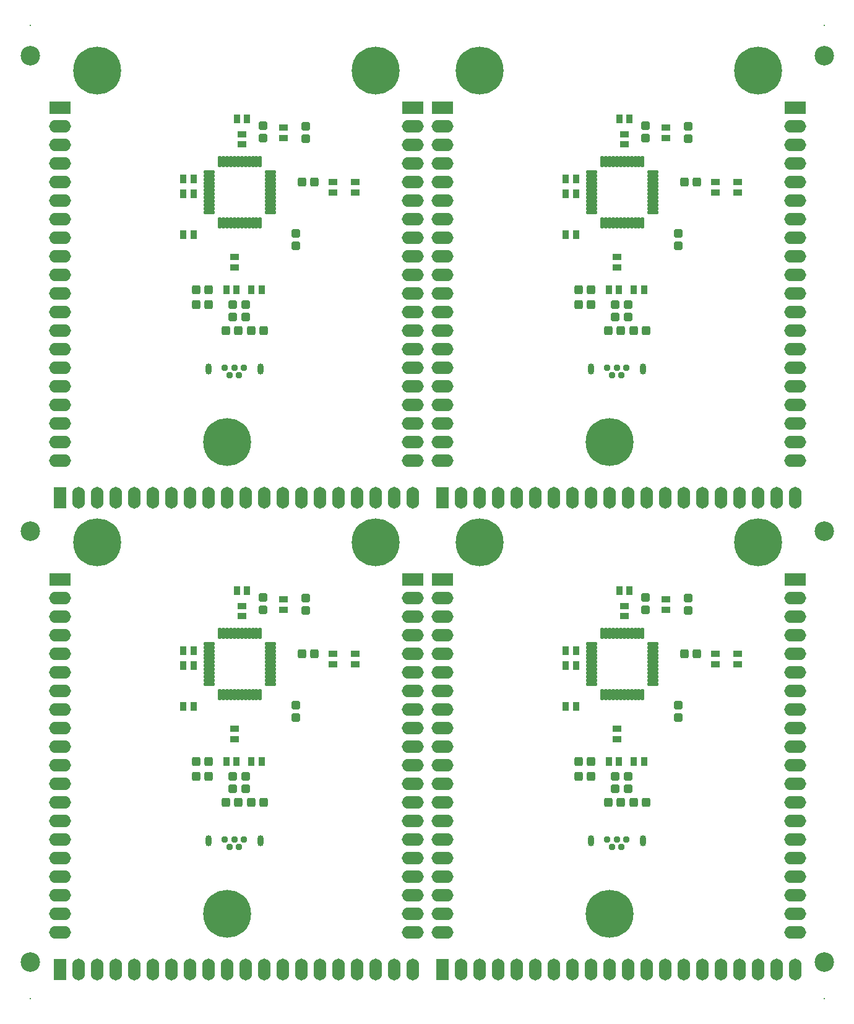
<source format=gts>
G04 Layer_Color=8388736*
%FSLAX25Y25*%
%MOIN*%
G70*
G01*
G75*
%ADD40C,0.10512*%
%ADD41R,0.03753X0.04540*%
G04:AMPARAMS|DCode=42|XSize=47.37mil|YSize=43.43mil|CornerRadius=8.43mil|HoleSize=0mil|Usage=FLASHONLY|Rotation=90.000|XOffset=0mil|YOffset=0mil|HoleType=Round|Shape=RoundedRectangle|*
%AMROUNDEDRECTD42*
21,1,0.04737,0.02657,0,0,90.0*
21,1,0.03051,0.04343,0,0,90.0*
1,1,0.01686,0.01329,0.01526*
1,1,0.01686,0.01329,-0.01526*
1,1,0.01686,-0.01329,-0.01526*
1,1,0.01686,-0.01329,0.01526*
%
%ADD42ROUNDEDRECTD42*%
G04:AMPARAMS|DCode=43|XSize=47.37mil|YSize=43.43mil|CornerRadius=8.43mil|HoleSize=0mil|Usage=FLASHONLY|Rotation=180.000|XOffset=0mil|YOffset=0mil|HoleType=Round|Shape=RoundedRectangle|*
%AMROUNDEDRECTD43*
21,1,0.04737,0.02657,0,0,180.0*
21,1,0.03051,0.04343,0,0,180.0*
1,1,0.01686,-0.01526,0.01329*
1,1,0.01686,0.01526,0.01329*
1,1,0.01686,0.01526,-0.01329*
1,1,0.01686,-0.01526,-0.01329*
%
%ADD43ROUNDEDRECTD43*%
%ADD44R,0.04540X0.03753*%
%ADD45O,0.01981X0.06312*%
%ADD46O,0.06312X0.01981*%
%ADD47C,0.00800*%
%ADD48C,0.03753*%
G04:AMPARAMS|DCode=49|XSize=33.59mil|YSize=59.18mil|CornerRadius=16.8mil|HoleSize=0mil|Usage=FLASHONLY|Rotation=0.000|XOffset=0mil|YOffset=0mil|HoleType=Round|Shape=RoundedRectangle|*
%AMROUNDEDRECTD49*
21,1,0.03359,0.02559,0,0,0.0*
21,1,0.00000,0.05918,0,0,0.0*
1,1,0.03359,0.00000,-0.01279*
1,1,0.03359,0.00000,-0.01279*
1,1,0.03359,0.00000,0.01279*
1,1,0.03359,0.00000,0.01279*
%
%ADD49ROUNDEDRECTD49*%
%ADD50C,0.25800*%
%ADD51R,0.11800X0.06800*%
%ADD52O,0.11800X0.06800*%
%ADD53R,0.06800X0.11800*%
%ADD54O,0.06800X0.11800*%
D40*
X-7874Y500000D02*
D03*
X419874D02*
D03*
X-7874Y244094D02*
D03*
X419874D02*
D03*
Y11811D02*
D03*
X-7874D02*
D03*
D41*
X80200Y149500D02*
D03*
X74688D02*
D03*
X80200Y179500D02*
D03*
X74688D02*
D03*
X80212Y171500D02*
D03*
X74700D02*
D03*
X103300Y120000D02*
D03*
X97788D02*
D03*
X111300D02*
D03*
X116812D02*
D03*
X103444Y212000D02*
D03*
X108956D02*
D03*
X286200Y149500D02*
D03*
X280688D02*
D03*
X286200Y179500D02*
D03*
X280688D02*
D03*
X286212Y171500D02*
D03*
X280700D02*
D03*
X309300Y120000D02*
D03*
X303788D02*
D03*
X317300D02*
D03*
X322812D02*
D03*
X309444Y212000D02*
D03*
X314956D02*
D03*
X80200Y403500D02*
D03*
X74688D02*
D03*
X80200Y433500D02*
D03*
X74688D02*
D03*
X80212Y425500D02*
D03*
X74700D02*
D03*
X103300Y374000D02*
D03*
X97788D02*
D03*
X111300D02*
D03*
X116812D02*
D03*
X103444Y466000D02*
D03*
X108956D02*
D03*
X286200Y403500D02*
D03*
X280688D02*
D03*
X286200Y433500D02*
D03*
X280688D02*
D03*
X286212Y425500D02*
D03*
X280700D02*
D03*
X309300Y374000D02*
D03*
X303788D02*
D03*
X317300D02*
D03*
X322812D02*
D03*
X309444Y466000D02*
D03*
X314956D02*
D03*
D42*
X111300Y98000D02*
D03*
X117993D02*
D03*
X104300D02*
D03*
X97607D02*
D03*
X81607Y112000D02*
D03*
X88300D02*
D03*
Y120000D02*
D03*
X81607D02*
D03*
X145400Y177800D02*
D03*
X138707D02*
D03*
X317300Y98000D02*
D03*
X323993D02*
D03*
X310300D02*
D03*
X303607D02*
D03*
X287607Y112000D02*
D03*
X294300D02*
D03*
Y120000D02*
D03*
X287607D02*
D03*
X351400Y177800D02*
D03*
X344707D02*
D03*
X111300Y352000D02*
D03*
X117993D02*
D03*
X104300D02*
D03*
X97607D02*
D03*
X81607Y366000D02*
D03*
X88300D02*
D03*
Y374000D02*
D03*
X81607D02*
D03*
X145400Y431800D02*
D03*
X138707D02*
D03*
X317300Y352000D02*
D03*
X323993D02*
D03*
X310300D02*
D03*
X303607D02*
D03*
X287607Y366000D02*
D03*
X294300D02*
D03*
Y374000D02*
D03*
X287607D02*
D03*
X351400Y431800D02*
D03*
X344707D02*
D03*
D43*
X101300Y105307D02*
D03*
Y112000D02*
D03*
X108300D02*
D03*
Y105307D02*
D03*
X117700Y201500D02*
D03*
Y208193D02*
D03*
X140700Y201154D02*
D03*
Y207846D02*
D03*
X135200Y143500D02*
D03*
Y150193D02*
D03*
X307300Y105307D02*
D03*
Y112000D02*
D03*
X314300D02*
D03*
Y105307D02*
D03*
X323700Y201500D02*
D03*
Y208193D02*
D03*
X346700Y201154D02*
D03*
Y207846D02*
D03*
X341200Y143500D02*
D03*
Y150193D02*
D03*
X101300Y359307D02*
D03*
Y366000D02*
D03*
X108300D02*
D03*
Y359307D02*
D03*
X117700Y455500D02*
D03*
Y462193D02*
D03*
X140700Y455154D02*
D03*
Y461846D02*
D03*
X135200Y397500D02*
D03*
Y404193D02*
D03*
X307300Y359307D02*
D03*
Y366000D02*
D03*
X314300D02*
D03*
Y359307D02*
D03*
X323700Y455500D02*
D03*
Y462193D02*
D03*
X346700Y455154D02*
D03*
Y461846D02*
D03*
X341200Y397500D02*
D03*
Y404193D02*
D03*
D44*
X167400Y172288D02*
D03*
Y177800D02*
D03*
X155400Y172288D02*
D03*
Y177800D02*
D03*
X106200Y203756D02*
D03*
Y198244D02*
D03*
X128700Y201744D02*
D03*
Y207256D02*
D03*
X102200Y137500D02*
D03*
Y131988D02*
D03*
X373400Y172288D02*
D03*
Y177800D02*
D03*
X361400Y172288D02*
D03*
Y177800D02*
D03*
X312200Y203756D02*
D03*
Y198244D02*
D03*
X334700Y201744D02*
D03*
Y207256D02*
D03*
X308200Y137500D02*
D03*
Y131988D02*
D03*
X167400Y426288D02*
D03*
Y431800D02*
D03*
X155400Y426288D02*
D03*
Y431800D02*
D03*
X106200Y457756D02*
D03*
Y452244D02*
D03*
X128700Y455744D02*
D03*
Y461256D02*
D03*
X102200Y391500D02*
D03*
Y385988D02*
D03*
X373400Y426288D02*
D03*
Y431800D02*
D03*
X361400Y426288D02*
D03*
Y431800D02*
D03*
X312200Y457756D02*
D03*
Y452244D02*
D03*
X334700Y455744D02*
D03*
Y461256D02*
D03*
X308200Y391500D02*
D03*
Y385988D02*
D03*
D45*
X116027Y155965D02*
D03*
X114058D02*
D03*
X112090D02*
D03*
X110121D02*
D03*
X108153D02*
D03*
X106184D02*
D03*
X104216D02*
D03*
X102247D02*
D03*
X100279D02*
D03*
X98310D02*
D03*
X96342D02*
D03*
X94373D02*
D03*
Y189035D02*
D03*
X96342D02*
D03*
X98310D02*
D03*
X100279D02*
D03*
X102247D02*
D03*
X104216D02*
D03*
X106184D02*
D03*
X108153D02*
D03*
X110121D02*
D03*
X112090D02*
D03*
X114058D02*
D03*
X116027D02*
D03*
X322027Y155965D02*
D03*
X320058D02*
D03*
X318090D02*
D03*
X316121D02*
D03*
X314153D02*
D03*
X312184D02*
D03*
X310216D02*
D03*
X308247D02*
D03*
X306279D02*
D03*
X304310D02*
D03*
X302342D02*
D03*
X300373D02*
D03*
Y189035D02*
D03*
X302342D02*
D03*
X304310D02*
D03*
X306279D02*
D03*
X308247D02*
D03*
X310216D02*
D03*
X312184D02*
D03*
X314153D02*
D03*
X316121D02*
D03*
X318090D02*
D03*
X320058D02*
D03*
X322027D02*
D03*
X116027Y409965D02*
D03*
X114058D02*
D03*
X112090D02*
D03*
X110121D02*
D03*
X108153D02*
D03*
X106184D02*
D03*
X104216D02*
D03*
X102247D02*
D03*
X100279D02*
D03*
X98310D02*
D03*
X96342D02*
D03*
X94373D02*
D03*
Y443036D02*
D03*
X96342D02*
D03*
X98310D02*
D03*
X100279D02*
D03*
X102247D02*
D03*
X104216D02*
D03*
X106184D02*
D03*
X108153D02*
D03*
X110121D02*
D03*
X112090D02*
D03*
X114058D02*
D03*
X116027D02*
D03*
X322027Y409965D02*
D03*
X320058D02*
D03*
X318090D02*
D03*
X316121D02*
D03*
X314153D02*
D03*
X312184D02*
D03*
X310216D02*
D03*
X308247D02*
D03*
X306279D02*
D03*
X304310D02*
D03*
X302342D02*
D03*
X300373D02*
D03*
Y443036D02*
D03*
X302342D02*
D03*
X304310D02*
D03*
X306279D02*
D03*
X308247D02*
D03*
X310216D02*
D03*
X312184D02*
D03*
X314153D02*
D03*
X316121D02*
D03*
X318090D02*
D03*
X320058D02*
D03*
X322027D02*
D03*
D46*
X88665Y161673D02*
D03*
Y163642D02*
D03*
Y165610D02*
D03*
Y167579D02*
D03*
Y169547D02*
D03*
Y171516D02*
D03*
Y173484D02*
D03*
Y175453D02*
D03*
Y177421D02*
D03*
Y179390D02*
D03*
Y181358D02*
D03*
Y183327D02*
D03*
X121735D02*
D03*
Y181358D02*
D03*
Y179390D02*
D03*
Y177421D02*
D03*
Y175453D02*
D03*
Y173484D02*
D03*
Y171516D02*
D03*
Y169547D02*
D03*
Y167579D02*
D03*
Y165610D02*
D03*
Y163642D02*
D03*
Y161673D02*
D03*
X294665D02*
D03*
Y163642D02*
D03*
Y165610D02*
D03*
Y167579D02*
D03*
Y169547D02*
D03*
Y171516D02*
D03*
Y173484D02*
D03*
Y175453D02*
D03*
Y177421D02*
D03*
Y179390D02*
D03*
Y181358D02*
D03*
Y183327D02*
D03*
X327735D02*
D03*
Y181358D02*
D03*
Y179390D02*
D03*
Y177421D02*
D03*
Y175453D02*
D03*
Y173484D02*
D03*
Y171516D02*
D03*
Y169547D02*
D03*
Y167579D02*
D03*
Y165610D02*
D03*
Y163642D02*
D03*
Y161673D02*
D03*
X88665Y415673D02*
D03*
Y417642D02*
D03*
Y419610D02*
D03*
Y421579D02*
D03*
Y423547D02*
D03*
Y425516D02*
D03*
Y427484D02*
D03*
Y429453D02*
D03*
Y431421D02*
D03*
Y433390D02*
D03*
Y435358D02*
D03*
Y437327D02*
D03*
X121735D02*
D03*
Y435358D02*
D03*
Y433390D02*
D03*
Y431421D02*
D03*
Y429453D02*
D03*
Y427484D02*
D03*
Y425516D02*
D03*
Y423547D02*
D03*
Y421579D02*
D03*
Y419610D02*
D03*
Y417642D02*
D03*
Y415673D02*
D03*
X294665D02*
D03*
Y417642D02*
D03*
Y419610D02*
D03*
Y421579D02*
D03*
Y423547D02*
D03*
Y425516D02*
D03*
Y427484D02*
D03*
Y429453D02*
D03*
Y431421D02*
D03*
Y433390D02*
D03*
Y435358D02*
D03*
Y437327D02*
D03*
X327735D02*
D03*
Y435358D02*
D03*
Y433390D02*
D03*
Y431421D02*
D03*
Y429453D02*
D03*
Y427484D02*
D03*
Y425516D02*
D03*
Y423547D02*
D03*
Y421579D02*
D03*
Y419610D02*
D03*
Y417642D02*
D03*
Y415673D02*
D03*
D47*
X-7874Y516374D02*
D03*
X-7874Y-7874D02*
D03*
X419874D02*
D03*
Y516374D02*
D03*
D48*
X97064Y78000D02*
D03*
X99623Y74063D02*
D03*
X102182Y78000D02*
D03*
X107300D02*
D03*
X104741Y74063D02*
D03*
X303064Y78000D02*
D03*
X305623Y74063D02*
D03*
X308182Y78000D02*
D03*
X313300D02*
D03*
X310741Y74063D02*
D03*
X97064Y332000D02*
D03*
X99623Y328063D02*
D03*
X102182Y332000D02*
D03*
X107300D02*
D03*
X104741Y328063D02*
D03*
X303064Y332000D02*
D03*
X305623Y328063D02*
D03*
X308182Y332000D02*
D03*
X313300D02*
D03*
X310741Y328063D02*
D03*
D49*
X88107Y77134D02*
D03*
X116257D02*
D03*
X294107D02*
D03*
X322257D02*
D03*
X88107Y331134D02*
D03*
X116257D02*
D03*
X294107D02*
D03*
X322257D02*
D03*
D50*
X98200Y37800D02*
D03*
X28200Y237800D02*
D03*
X178200D02*
D03*
X304200Y37800D02*
D03*
X234200Y237800D02*
D03*
X384200D02*
D03*
X98200Y291800D02*
D03*
X28200Y491800D02*
D03*
X178200D02*
D03*
X304200Y291800D02*
D03*
X234200Y491800D02*
D03*
X384200D02*
D03*
D51*
X8200Y217800D02*
D03*
X198200D02*
D03*
X214200D02*
D03*
X404200D02*
D03*
X8200Y471800D02*
D03*
X198200D02*
D03*
X214200D02*
D03*
X404200D02*
D03*
D52*
X8200Y207800D02*
D03*
Y197800D02*
D03*
Y187800D02*
D03*
Y177800D02*
D03*
Y167800D02*
D03*
Y157800D02*
D03*
Y147800D02*
D03*
Y137800D02*
D03*
Y127800D02*
D03*
Y117800D02*
D03*
Y107800D02*
D03*
Y97800D02*
D03*
Y87800D02*
D03*
Y77800D02*
D03*
Y67800D02*
D03*
Y57800D02*
D03*
Y47800D02*
D03*
Y37800D02*
D03*
Y27800D02*
D03*
X198200Y207800D02*
D03*
Y197800D02*
D03*
Y187800D02*
D03*
Y177800D02*
D03*
Y167800D02*
D03*
Y157800D02*
D03*
Y147800D02*
D03*
Y137800D02*
D03*
Y127800D02*
D03*
Y117800D02*
D03*
Y107800D02*
D03*
Y97800D02*
D03*
Y87800D02*
D03*
Y77800D02*
D03*
Y67800D02*
D03*
Y57800D02*
D03*
Y47800D02*
D03*
Y37800D02*
D03*
Y27800D02*
D03*
X214200Y207800D02*
D03*
Y197800D02*
D03*
Y187800D02*
D03*
Y177800D02*
D03*
Y167800D02*
D03*
Y157800D02*
D03*
Y147800D02*
D03*
Y137800D02*
D03*
Y127800D02*
D03*
Y117800D02*
D03*
Y107800D02*
D03*
Y97800D02*
D03*
Y87800D02*
D03*
Y77800D02*
D03*
Y67800D02*
D03*
Y57800D02*
D03*
Y47800D02*
D03*
Y37800D02*
D03*
Y27800D02*
D03*
X404200Y207800D02*
D03*
Y197800D02*
D03*
Y187800D02*
D03*
Y177800D02*
D03*
Y167800D02*
D03*
Y157800D02*
D03*
Y147800D02*
D03*
Y137800D02*
D03*
Y127800D02*
D03*
Y117800D02*
D03*
Y107800D02*
D03*
Y97800D02*
D03*
Y87800D02*
D03*
Y77800D02*
D03*
Y67800D02*
D03*
Y57800D02*
D03*
Y47800D02*
D03*
Y37800D02*
D03*
Y27800D02*
D03*
X8200Y461800D02*
D03*
Y451800D02*
D03*
Y441800D02*
D03*
Y431800D02*
D03*
Y421800D02*
D03*
Y411800D02*
D03*
Y401800D02*
D03*
Y391800D02*
D03*
Y381800D02*
D03*
Y371800D02*
D03*
Y361800D02*
D03*
Y351800D02*
D03*
Y341800D02*
D03*
Y331800D02*
D03*
Y321800D02*
D03*
Y311800D02*
D03*
Y301800D02*
D03*
Y291800D02*
D03*
Y281800D02*
D03*
X198200Y461800D02*
D03*
Y451800D02*
D03*
Y441800D02*
D03*
Y431800D02*
D03*
Y421800D02*
D03*
Y411800D02*
D03*
Y401800D02*
D03*
Y391800D02*
D03*
Y381800D02*
D03*
Y371800D02*
D03*
Y361800D02*
D03*
Y351800D02*
D03*
Y341800D02*
D03*
Y331800D02*
D03*
Y321800D02*
D03*
Y311800D02*
D03*
Y301800D02*
D03*
Y291800D02*
D03*
Y281800D02*
D03*
X214200Y461800D02*
D03*
Y451800D02*
D03*
Y441800D02*
D03*
Y431800D02*
D03*
Y421800D02*
D03*
Y411800D02*
D03*
Y401800D02*
D03*
Y391800D02*
D03*
Y381800D02*
D03*
Y371800D02*
D03*
Y361800D02*
D03*
Y351800D02*
D03*
Y341800D02*
D03*
Y331800D02*
D03*
Y321800D02*
D03*
Y311800D02*
D03*
Y301800D02*
D03*
Y291800D02*
D03*
Y281800D02*
D03*
X404200Y461800D02*
D03*
Y451800D02*
D03*
Y441800D02*
D03*
Y431800D02*
D03*
Y421800D02*
D03*
Y411800D02*
D03*
Y401800D02*
D03*
Y391800D02*
D03*
Y381800D02*
D03*
Y371800D02*
D03*
Y361800D02*
D03*
Y351800D02*
D03*
Y341800D02*
D03*
Y331800D02*
D03*
Y321800D02*
D03*
Y311800D02*
D03*
Y301800D02*
D03*
Y291800D02*
D03*
Y281800D02*
D03*
D53*
X8200Y7800D02*
D03*
X214200D02*
D03*
X8200Y261800D02*
D03*
X214200D02*
D03*
D54*
X18200Y7800D02*
D03*
X28200D02*
D03*
X38200D02*
D03*
X48200D02*
D03*
X58200D02*
D03*
X68200D02*
D03*
X78200D02*
D03*
X88200D02*
D03*
X98200D02*
D03*
X108200D02*
D03*
X118200D02*
D03*
X128200D02*
D03*
X138200D02*
D03*
X148200D02*
D03*
X158200D02*
D03*
X168200D02*
D03*
X178200D02*
D03*
X188200D02*
D03*
X198200D02*
D03*
X224200D02*
D03*
X234200D02*
D03*
X244200D02*
D03*
X254200D02*
D03*
X264200D02*
D03*
X274200D02*
D03*
X284200D02*
D03*
X294200D02*
D03*
X304200D02*
D03*
X314200D02*
D03*
X324200D02*
D03*
X334200D02*
D03*
X344200D02*
D03*
X354200D02*
D03*
X364200D02*
D03*
X374200D02*
D03*
X384200D02*
D03*
X394200D02*
D03*
X404200D02*
D03*
X18200Y261800D02*
D03*
X28200D02*
D03*
X38200D02*
D03*
X48200D02*
D03*
X58200D02*
D03*
X68200D02*
D03*
X78200D02*
D03*
X88200D02*
D03*
X98200D02*
D03*
X108200D02*
D03*
X118200D02*
D03*
X128200D02*
D03*
X138200D02*
D03*
X148200D02*
D03*
X158200D02*
D03*
X168200D02*
D03*
X178200D02*
D03*
X188200D02*
D03*
X198200D02*
D03*
X224200D02*
D03*
X234200D02*
D03*
X244200D02*
D03*
X254200D02*
D03*
X264200D02*
D03*
X274200D02*
D03*
X284200D02*
D03*
X294200D02*
D03*
X304200D02*
D03*
X314200D02*
D03*
X324200D02*
D03*
X334200D02*
D03*
X344200D02*
D03*
X354200D02*
D03*
X364200D02*
D03*
X374200D02*
D03*
X384200D02*
D03*
X394200D02*
D03*
X404200D02*
D03*
M02*

</source>
